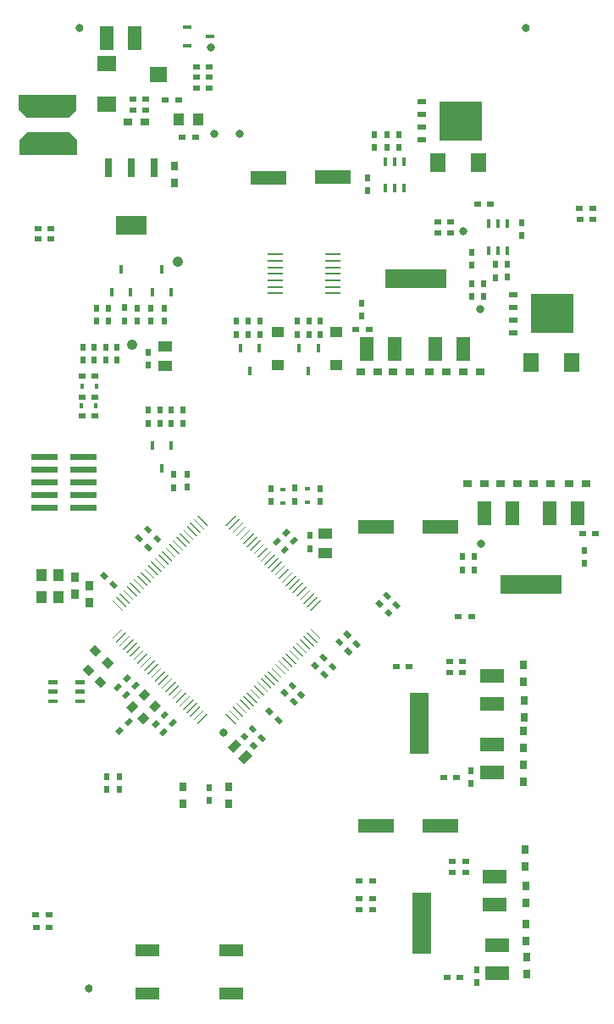
<source format=gbr>
G04 DipTrace 2.4.0.2*
%INTopPaste.gbr*%
%MOIN*%
%ADD87R,0.0392X0.0471*%
%ADD89R,0.0156X0.0353*%
%ADD91R,0.0629X0.0077*%
%ADD93R,0.12X0.0766*%
%ADD95R,0.0294X0.0766*%
%ADD97R,0.067X0.06*%
%ADD99R,0.032X0.004*%
%ADD101R,0.242X0.072*%
%ADD103R,0.004X0.057*%
%ADD105R,0.072X0.242*%
%ADD107R,0.057X0.004*%
%ADD109C,0.042*%
%ADD111C,0.032*%
%ADD113R,0.092X0.048*%
%ADD115R,0.0983X0.055*%
%ADD117R,0.055X0.0983*%
%ADD119R,0.0176X0.0333*%
%ADD121R,0.1711X0.1574*%
%ADD123R,0.0373X0.0196*%
%ADD139C,0.0314*%
%ADD141R,0.0156X0.0196*%
%ADD143R,0.0196X0.0156*%
%ADD145R,0.0471X0.0392*%
%ADD147R,0.062X0.077*%
%ADD149R,0.077X0.062*%
%ADD151R,0.052X0.042*%
%ADD153R,0.0333X0.0176*%
%ADD155R,0.142X0.052*%
%ADD157R,0.0196X0.0274*%
%ADD159R,0.0274X0.0196*%
%ADD161R,0.0314X0.0353*%
%ADD163R,0.0353X0.0314*%
%ADD165R,0.0432X0.0511*%
%FSLAX44Y44*%
G04*
G70*
G90*
G75*
G01*
%LNTopPaste*%
%LPD*%
D165*
X11745Y39128D3*
X10997D3*
D163*
X8990Y39030D3*
X9659D3*
D161*
X10815Y36628D3*
Y37297D3*
D159*
X11690Y41207D3*
X12202D3*
X11690Y40370D3*
X12202D3*
X9191Y39944D3*
X9703D3*
X11130Y38440D3*
X11642D3*
D157*
X8840Y31208D3*
Y31719D3*
X7750Y31718D3*
Y31206D3*
X9880Y31708D3*
Y31196D3*
D155*
X17060Y36855D3*
X14528Y36845D3*
X21305Y23118D3*
X18773Y23107D3*
X21305Y11338D3*
X18773Y11327D3*
G36*
X8932Y16984D2*
X8794Y17122D1*
X8988Y17316D1*
X9126Y17178D1*
X8932Y16984D1*
G37*
G36*
X8570Y16622D2*
X8432Y16760D1*
X8626Y16954D1*
X8764Y16816D1*
X8570Y16622D1*
G37*
G36*
X9252Y16694D2*
X9114Y16832D1*
X9308Y17026D1*
X9446Y16888D1*
X9252Y16694D1*
G37*
G36*
X8890Y16332D2*
X8752Y16470D1*
X8946Y16664D1*
X9084Y16526D1*
X8890Y16332D1*
G37*
G36*
X9626Y16254D2*
X9404Y16476D1*
X9654Y16726D1*
X9876Y16504D1*
X9626Y16254D1*
G37*
G36*
X9153Y15781D2*
X8931Y16003D1*
X9181Y16252D1*
X9402Y16031D1*
X9153Y15781D1*
G37*
G36*
X10056Y15804D2*
X9834Y16026D1*
X10084Y16276D1*
X10306Y16054D1*
X10056Y15804D1*
G37*
G36*
X9583Y15331D2*
X9361Y15553D1*
X9611Y15802D1*
X9832Y15581D1*
X9583Y15331D1*
G37*
G36*
X10412Y15544D2*
X10274Y15682D1*
X10468Y15876D1*
X10606Y15738D1*
X10412Y15544D1*
G37*
G36*
X10050Y15182D2*
X9912Y15320D1*
X10106Y15514D1*
X10244Y15376D1*
X10050Y15182D1*
G37*
G36*
X10722Y15224D2*
X10584Y15362D1*
X10778Y15556D1*
X10916Y15418D1*
X10722Y15224D1*
G37*
G36*
X10360Y14862D2*
X10222Y15000D1*
X10416Y15194D1*
X10554Y15056D1*
X10360Y14862D1*
G37*
G36*
X13774Y14518D2*
X13912Y14656D1*
X14106Y14462D1*
X13968Y14324D1*
X13774Y14518D1*
G37*
G36*
X13412Y14880D2*
X13550Y15018D1*
X13744Y14824D1*
X13606Y14686D1*
X13412Y14880D1*
G37*
G36*
X14084Y14818D2*
X14222Y14956D1*
X14416Y14762D1*
X14278Y14624D1*
X14084Y14818D1*
G37*
G36*
X13722Y15180D2*
X13860Y15318D1*
X14054Y15124D1*
X13916Y14986D1*
X13722Y15180D1*
G37*
G36*
X16536Y17622D2*
X16398Y17484D1*
X16204Y17678D1*
X16342Y17816D1*
X16536Y17622D1*
G37*
G36*
X16898Y17260D2*
X16760Y17122D1*
X16566Y17316D1*
X16704Y17454D1*
X16898Y17260D1*
G37*
G36*
X16514Y17988D2*
X16652Y18126D1*
X16846Y17932D1*
X16708Y17794D1*
X16514Y17988D1*
G37*
G36*
X16876Y17626D2*
X17014Y17764D1*
X17208Y17570D1*
X17070Y17432D1*
X16876Y17626D1*
G37*
G36*
X15142Y22044D2*
X15004Y22182D1*
X15198Y22376D1*
X15336Y22238D1*
X15142Y22044D1*
G37*
G36*
X15504Y22406D2*
X15366Y22544D1*
X15560Y22738D1*
X15698Y22600D1*
X15504Y22406D1*
G37*
G36*
X14822Y22354D2*
X14684Y22492D1*
X14878Y22686D1*
X15016Y22548D1*
X14822Y22354D1*
G37*
G36*
X15184Y22716D2*
X15046Y22854D1*
X15240Y23048D1*
X15378Y22910D1*
X15184Y22716D1*
G37*
G36*
X10306Y22612D2*
X10168Y22474D1*
X9974Y22668D1*
X10112Y22806D1*
X10306Y22612D1*
G37*
G36*
X9944Y22974D2*
X9806Y22836D1*
X9612Y23030D1*
X9750Y23168D1*
X9944Y22974D1*
G37*
G36*
X9624Y22338D2*
X9762Y22476D1*
X9956Y22282D1*
X9818Y22144D1*
X9624Y22338D1*
G37*
G36*
X9262Y22700D2*
X9400Y22838D1*
X9594Y22644D1*
X9456Y22506D1*
X9262Y22700D1*
G37*
G36*
X8254Y20848D2*
X8392Y20986D1*
X8586Y20792D1*
X8448Y20654D1*
X8254Y20848D1*
G37*
G36*
X7892Y21210D2*
X8030Y21348D1*
X8224Y21154D1*
X8086Y21016D1*
X7892Y21210D1*
G37*
D159*
X5375Y7340D3*
X5887D3*
X5450Y34820D3*
X5962D3*
X27287Y35185D3*
X26776D3*
G36*
X7057Y20276D2*
X6743D1*
Y20629D1*
X7057D1*
Y20276D1*
G37*
G36*
Y20945D2*
X6743D1*
Y21299D1*
X7057D1*
Y20945D1*
G37*
G36*
X7637Y19936D2*
X7323D1*
Y20289D1*
X7637D1*
Y19936D1*
G37*
G36*
Y20605D2*
X7323D1*
Y20959D1*
X7637D1*
Y20605D1*
G37*
D159*
X18613Y9155D3*
X18101D3*
D157*
X22717Y5671D3*
Y5159D3*
D159*
X22283Y9495D3*
X21771D3*
X21561Y5355D3*
X22073D3*
D161*
X24615Y9730D3*
Y10399D3*
X24645Y8310D3*
Y8979D3*
X24667Y7480D3*
Y6811D3*
X24680Y6177D3*
Y5508D3*
D159*
X19550Y17600D3*
X20062D3*
D157*
X22482Y12994D3*
Y13506D3*
D159*
X22158Y17380D3*
X21646D3*
X21426Y13240D3*
X21938D3*
D161*
X24555Y16995D3*
Y17664D3*
X24575Y15585D3*
Y16254D3*
X24545Y15065D3*
Y14396D3*
Y13735D3*
Y13066D3*
D159*
X22516Y19576D3*
X22004D3*
X26890Y22820D3*
X27402D3*
D157*
X22620Y21930D3*
Y21418D3*
X26970Y21660D3*
Y22172D3*
D163*
X23020Y24790D3*
X22351D3*
X24309Y24800D3*
X23640D3*
X25639D3*
X24970D3*
X26340Y24810D3*
X27009D3*
D157*
X22520Y33910D3*
Y33398D3*
D159*
X17970Y30870D3*
X18482D3*
D157*
X22520Y32160D3*
Y32672D3*
X18190Y31918D3*
Y31407D3*
D163*
X18825Y29190D3*
X18155D3*
X20095D3*
X19425D3*
X20855D3*
X21525D3*
X22845D3*
X22175D3*
D157*
X24490Y35070D3*
Y34558D3*
X18680Y38030D3*
Y38542D3*
X9790Y27184D3*
Y27696D3*
X8560Y29653D3*
Y30164D3*
X11310Y24660D3*
Y25172D3*
X15555Y24619D3*
Y24108D3*
D159*
X7190Y28200D3*
X7702D3*
D153*
X11325Y42775D3*
Y42027D3*
X12231Y42401D3*
D151*
X10440Y30190D3*
Y29430D3*
X16770Y22060D3*
Y22820D3*
D149*
X8170Y41326D3*
Y39726D3*
G36*
X6931Y16158D2*
Y16314D1*
X7284D1*
Y16158D1*
X6931D1*
G37*
G36*
Y16532D2*
Y16688D1*
X7284D1*
Y16532D1*
X6931D1*
G37*
G36*
Y16906D2*
Y17062D1*
X7284D1*
Y16906D1*
X6931D1*
G37*
G36*
X5868D2*
Y17062D1*
X6221D1*
Y16906D1*
X5868D1*
G37*
G36*
Y16532D2*
Y16688D1*
X6221D1*
Y16532D1*
X5868D1*
G37*
G36*
Y16158D2*
Y16314D1*
X6221D1*
Y16158D1*
X5868D1*
G37*
D157*
X7220Y29653D3*
Y30164D3*
X11150Y27180D3*
Y27692D3*
D147*
X24855Y29570D3*
X26455D3*
X21185Y37420D3*
X22785D3*
D145*
X14877Y30770D3*
Y29470D3*
X17180Y30770D3*
Y29471D3*
D143*
X15100Y24581D3*
Y24030D3*
X16055Y24056D3*
Y24608D3*
D141*
X7190Y28628D3*
X7741D3*
X7716Y27860D3*
X7164D3*
D139*
X7440Y4940D3*
X24640Y42740D3*
X7090D3*
G36*
X6739Y23743D2*
Y23977D1*
X7761D1*
Y23743D1*
X6739D1*
G37*
G36*
Y24243D2*
Y24477D1*
X7761D1*
Y24243D1*
X6739D1*
G37*
G36*
Y24743D2*
Y24977D1*
X7761D1*
Y24743D1*
X6739D1*
G37*
G36*
Y25243D2*
Y25477D1*
X7761D1*
Y25243D1*
X6739D1*
G37*
G36*
Y25743D2*
Y25977D1*
X7761D1*
Y25743D1*
X6739D1*
G37*
G36*
X5196Y23743D2*
Y23977D1*
X6218D1*
Y23743D1*
X5196D1*
G37*
G36*
Y24243D2*
Y24477D1*
X6218D1*
Y24243D1*
X5196D1*
G37*
G36*
Y24743D2*
Y24977D1*
X6218D1*
Y24743D1*
X5196D1*
G37*
G36*
Y25243D2*
Y25477D1*
X6218D1*
Y25243D1*
X5196D1*
G37*
G36*
Y25743D2*
Y25977D1*
X6218D1*
Y25743D1*
X5196D1*
G37*
G36*
X4689Y40090D2*
X6972D1*
Y39517D1*
X6641Y39206D1*
X5020D1*
X4689Y39517D1*
Y40090D1*
G37*
G36*
X6991Y37749D2*
X4709D1*
Y38321D1*
X5039Y38633D1*
X6661D1*
X6991Y38321D1*
Y37749D1*
G37*
G36*
X12919Y14421D2*
X13239Y14741D1*
X13461Y14519D1*
X13141Y14199D1*
X12919Y14421D1*
G37*
G36*
X13337Y14004D2*
X13656Y14323D1*
X13878Y14101D1*
X13559Y13782D1*
X13337Y14004D1*
G37*
D123*
X24160Y32240D3*
X24158Y31740D3*
Y31240D3*
Y30740D3*
D121*
X25695Y31490D3*
D123*
X20567Y39819D3*
X20565Y39319D3*
Y38819D3*
Y38319D3*
D121*
X22102Y39069D3*
D119*
X14168Y30140D3*
X13419D3*
X13793Y29234D3*
X16474Y30143D3*
X15726D3*
X16100Y29237D3*
X10700Y26310D3*
X9952D3*
X10326Y25404D3*
X9950Y32330D3*
X10698D3*
X10324Y33236D3*
X8350Y32330D3*
X9098D3*
X8724Y33236D3*
D117*
X9256Y42320D3*
X8154D3*
D157*
X9790Y29470D3*
Y29982D3*
X16170Y22760D3*
Y22248D3*
D159*
X9191Y39506D3*
X9703D3*
X10470Y39890D3*
X10982D3*
D157*
X9350Y31198D3*
Y31709D3*
X8210Y31198D3*
Y31709D3*
X10420Y31718D3*
Y31206D3*
G36*
X8426Y17736D2*
X8204Y17514D1*
X7954Y17764D1*
X8176Y17986D1*
X8426Y17736D1*
G37*
G36*
X7952Y18209D2*
X7731Y17988D1*
X7481Y18237D1*
X7703Y18459D1*
X7952Y18209D1*
G37*
G36*
X8146Y16976D2*
X7924Y16754D1*
X7674Y17004D1*
X7896Y17226D1*
X8146Y16976D1*
G37*
G36*
X7672Y17449D2*
X7451Y17228D1*
X7201Y17477D1*
X7423Y17699D1*
X7672Y17449D1*
G37*
G36*
X8642Y14914D2*
X8504Y15052D1*
X8698Y15246D1*
X8836Y15108D1*
X8642Y14914D1*
G37*
G36*
X9004Y15276D2*
X8866Y15414D1*
X9060Y15608D1*
X9198Y15470D1*
X9004Y15276D1*
G37*
G36*
X14384Y15878D2*
X14522Y16016D1*
X14716Y15822D1*
X14578Y15684D1*
X14384Y15878D1*
G37*
G36*
X14746Y15516D2*
X14884Y15654D1*
X15078Y15460D1*
X14940Y15322D1*
X14746Y15516D1*
G37*
D157*
X12180Y12320D3*
Y12832D3*
G36*
X15364Y16248D2*
X15502Y16386D1*
X15696Y16192D1*
X15558Y16054D1*
X15364Y16248D1*
G37*
G36*
X15002Y16610D2*
X15140Y16748D1*
X15334Y16554D1*
X15196Y16416D1*
X15002Y16610D1*
G37*
G36*
X15644Y16518D2*
X15782Y16656D1*
X15976Y16462D1*
X15838Y16324D1*
X15644Y16518D1*
G37*
G36*
X15282Y16880D2*
X15420Y17018D1*
X15614Y16824D1*
X15476Y16686D1*
X15282Y16880D1*
G37*
D159*
X5885Y7830D3*
X5373D3*
X5970Y34450D3*
X5458D3*
X26767Y35625D3*
X27279D3*
X22283Y9925D3*
X21771D3*
X18613Y8465D3*
X18101D3*
Y8035D3*
X18613D3*
D115*
X23437Y9346D3*
Y8244D3*
X23517Y5544D3*
Y6646D3*
D159*
X22158Y17800D3*
X21646D3*
G36*
X17834Y18538D2*
X17972Y18676D1*
X18166Y18482D1*
X18028Y18344D1*
X17834Y18538D1*
G37*
G36*
X17472Y18900D2*
X17610Y19038D1*
X17804Y18844D1*
X17666Y18706D1*
X17472Y18900D1*
G37*
G36*
X17144Y18598D2*
X17282Y18736D1*
X17476Y18542D1*
X17338Y18404D1*
X17144Y18598D1*
G37*
G36*
X17506Y18236D2*
X17644Y18374D1*
X17838Y18180D1*
X17700Y18042D1*
X17506Y18236D1*
G37*
D115*
X23312Y17231D3*
Y16129D3*
Y13429D3*
Y14531D3*
D157*
X22170Y21930D3*
Y21418D3*
G36*
X19384Y20068D2*
X19522Y20206D1*
X19716Y20012D1*
X19578Y19874D1*
X19384Y20068D1*
G37*
G36*
X19022Y20430D2*
X19160Y20568D1*
X19354Y20374D1*
X19216Y20236D1*
X19022Y20430D1*
G37*
G36*
X18714Y20108D2*
X18852Y20246D1*
X19046Y20052D1*
X18908Y19914D1*
X18714Y20108D1*
G37*
G36*
X19076Y19746D2*
X19214Y19884D1*
X19408Y19690D1*
X19270Y19552D1*
X19076Y19746D1*
G37*
D117*
X23017Y23630D3*
X24119D3*
X26691D3*
X25589D3*
D157*
X22990Y32160D3*
Y32672D3*
D159*
X21180Y34670D3*
X21692D3*
X21690Y35100D3*
X21178D3*
D117*
X22181Y30085D3*
X21079D3*
X18379D3*
X19481D3*
D157*
X10690Y27696D3*
Y27184D3*
X10240D3*
Y27696D3*
X7660Y30164D3*
Y29653D3*
X8110D3*
Y30164D3*
X10800Y24650D3*
Y25162D3*
X16555Y24096D3*
Y24608D3*
X14630Y24602D3*
Y24090D3*
D159*
X7696Y27480D3*
X7184D3*
Y29020D3*
X7696D3*
X12190Y40790D3*
X11678D3*
D157*
X23915Y32920D3*
Y33432D3*
X23445Y32910D3*
Y33422D3*
X19180Y38550D3*
Y38038D3*
X19663Y38550D3*
Y38038D3*
X13708Y30684D3*
Y31196D3*
X14178Y30684D3*
Y31196D3*
X16110Y30684D3*
Y31196D3*
X16570Y30684D3*
Y31196D3*
D159*
X23270Y35790D3*
X22758D3*
D157*
X18430Y36840D3*
Y36328D3*
X13248Y30684D3*
Y31196D3*
X15650Y30684D3*
Y31196D3*
D161*
X11145Y12875D3*
Y12205D3*
X12960Y12870D3*
Y12201D3*
D157*
X8650Y13270D3*
Y12758D3*
X8160Y13270D3*
Y12758D3*
D113*
X9770Y6420D3*
Y4735D3*
X13060Y6420D3*
Y4735D3*
D111*
X12240Y41980D3*
X12380Y38560D3*
X13380D3*
X22200Y34730D3*
X12770Y15010D3*
X22890Y22430D3*
X22860Y31660D3*
D109*
X9140Y30270D3*
X10940Y33520D3*
G36*
X11715Y23531D2*
X11742Y23558D1*
X12131Y23169D1*
X12104Y23142D1*
X11715Y23531D1*
G37*
G36*
X11576Y23392D2*
X11603Y23419D1*
X11992Y23030D1*
X11965Y23003D1*
X11576Y23392D1*
G37*
G36*
X11437Y23253D2*
X11464Y23280D1*
X11853Y22891D1*
X11826Y22864D1*
X11437Y23253D1*
G37*
G36*
X11298Y23114D2*
X11325Y23141D1*
X11713Y22752D1*
X11686Y22725D1*
X11298Y23114D1*
G37*
G36*
X11158Y22974D2*
X11185Y23001D1*
X11574Y22613D1*
X11547Y22586D1*
X11158Y22974D1*
G37*
G36*
X11019Y22835D2*
X11046Y22862D1*
X11435Y22473D1*
X11408Y22446D1*
X11019Y22835D1*
G37*
G36*
X10880Y22696D2*
X10907Y22723D1*
X11296Y22334D1*
X11269Y22307D1*
X10880Y22696D1*
G37*
G36*
X10741Y22557D2*
X10768Y22584D1*
X11157Y22195D1*
X11130Y22168D1*
X10741Y22557D1*
G37*
G36*
X10602Y22418D2*
X10629Y22445D1*
X11017Y22056D1*
X10990Y22029D1*
X10602Y22418D1*
G37*
G36*
X10462Y22278D2*
X10489Y22305D1*
X10878Y21917D1*
X10851Y21890D1*
X10462Y22278D1*
G37*
G36*
X10323Y22139D2*
X10350Y22166D1*
X10739Y21777D1*
X10712Y21750D1*
X10323Y22139D1*
G37*
G36*
X10184Y22000D2*
X10211Y22027D1*
X10600Y21638D1*
X10573Y21611D1*
X10184Y22000D1*
G37*
G36*
X10045Y21861D2*
X10072Y21888D1*
X10461Y21499D1*
X10434Y21472D1*
X10045Y21861D1*
G37*
G36*
X9906Y21722D2*
X9933Y21749D1*
X10321Y21360D1*
X10295Y21333D1*
X9906Y21722D1*
G37*
G36*
X9766Y21582D2*
X9793Y21609D1*
X10182Y21221D1*
X10155Y21194D1*
X9766Y21582D1*
G37*
G36*
X9627Y21443D2*
X9654Y21470D1*
X10043Y21081D1*
X10016Y21054D1*
X9627Y21443D1*
G37*
G36*
X9488Y21304D2*
X9515Y21331D1*
X9904Y20942D1*
X9877Y20915D1*
X9488Y21304D1*
G37*
G36*
X9349Y21165D2*
X9376Y21192D1*
X9765Y20803D1*
X9738Y20776D1*
X9349Y21165D1*
G37*
G36*
X9210Y21026D2*
X9237Y21053D1*
X9625Y20664D1*
X9599Y20637D1*
X9210Y21026D1*
G37*
G36*
X9070Y20887D2*
X9097Y20913D1*
X9486Y20525D1*
X9459Y20498D1*
X9070Y20887D1*
G37*
G36*
X8931Y20747D2*
X8958Y20774D1*
X9347Y20385D1*
X9320Y20358D1*
X8931Y20747D1*
G37*
G36*
X8792Y20608D2*
X8819Y20635D1*
X9208Y20246D1*
X9181Y20219D1*
X8792Y20608D1*
G37*
G36*
X8653Y20469D2*
X8680Y20496D1*
X9069Y20107D1*
X9042Y20080D1*
X8653Y20469D1*
G37*
G36*
X8514Y20330D2*
X8541Y20357D1*
X8930Y19968D1*
X8903Y19941D1*
X8514Y20330D1*
G37*
G36*
X8375Y20191D2*
X8401Y20217D1*
X8790Y19829D1*
X8763Y19802D1*
X8375Y20191D1*
G37*
G36*
X8401Y18688D2*
X8375Y18715D1*
X8763Y19104D1*
X8790Y19077D1*
X8401Y18688D1*
G37*
G36*
X8541Y18549D2*
X8514Y18576D1*
X8903Y18965D1*
X8930Y18938D1*
X8541Y18549D1*
G37*
G36*
X8680Y18410D2*
X8653Y18437D1*
X9042Y18826D1*
X9069Y18799D1*
X8680Y18410D1*
G37*
G36*
X8819Y18271D2*
X8792Y18297D1*
X9181Y18686D1*
X9208Y18659D1*
X8819Y18271D1*
G37*
G36*
X8958Y18131D2*
X8931Y18158D1*
X9320Y18547D1*
X9347Y18520D1*
X8958Y18131D1*
G37*
G36*
X9097Y17992D2*
X9070Y18019D1*
X9459Y18408D1*
X9486Y18381D1*
X9097Y17992D1*
G37*
G36*
X9237Y17853D2*
X9210Y17880D1*
X9599Y18269D1*
X9625Y18242D1*
X9237Y17853D1*
G37*
G36*
X9376Y17714D2*
X9349Y17741D1*
X9738Y18130D1*
X9765Y18103D1*
X9376Y17714D1*
G37*
G36*
X9515Y17575D2*
X9488Y17602D1*
X9877Y17990D1*
X9904Y17963D1*
X9515Y17575D1*
G37*
G36*
X9654Y17435D2*
X9627Y17462D1*
X10016Y17851D1*
X10043Y17824D1*
X9654Y17435D1*
G37*
G36*
X9793Y17296D2*
X9766Y17323D1*
X10155Y17712D1*
X10182Y17685D1*
X9793Y17296D1*
G37*
G36*
X9933Y17157D2*
X9906Y17184D1*
X10295Y17573D1*
X10321Y17546D1*
X9933Y17157D1*
G37*
G36*
X10072Y17018D2*
X10045Y17045D1*
X10434Y17434D1*
X10461Y17407D1*
X10072Y17018D1*
G37*
G36*
X10211Y16879D2*
X10184Y16906D1*
X10573Y17294D1*
X10600Y17267D1*
X10211Y16879D1*
G37*
G36*
X10350Y16739D2*
X10323Y16766D1*
X10712Y17155D1*
X10739Y17128D1*
X10350Y16739D1*
G37*
G36*
X10489Y16600D2*
X10462Y16627D1*
X10851Y17016D1*
X10878Y16989D1*
X10489Y16600D1*
G37*
G36*
X10629Y16461D2*
X10602Y16488D1*
X10990Y16877D1*
X11017Y16850D1*
X10629Y16461D1*
G37*
G36*
X10768Y16322D2*
X10741Y16349D1*
X11130Y16738D1*
X11157Y16711D1*
X10768Y16322D1*
G37*
G36*
X10907Y16183D2*
X10880Y16210D1*
X11269Y16598D1*
X11296Y16571D1*
X10907Y16183D1*
G37*
G36*
X11046Y16043D2*
X11019Y16070D1*
X11408Y16459D1*
X11435Y16432D1*
X11046Y16043D1*
G37*
G36*
X11185Y15904D2*
X11158Y15931D1*
X11547Y16320D1*
X11574Y16293D1*
X11185Y15904D1*
G37*
G36*
X11325Y15765D2*
X11298Y15792D1*
X11686Y16181D1*
X11713Y16154D1*
X11325Y15765D1*
G37*
G36*
X11464Y15626D2*
X11437Y15653D1*
X11826Y16042D1*
X11853Y16015D1*
X11464Y15626D1*
G37*
G36*
X11603Y15487D2*
X11576Y15514D1*
X11965Y15902D1*
X11992Y15876D1*
X11603Y15487D1*
G37*
G36*
X11742Y15347D2*
X11715Y15374D1*
X12104Y15763D1*
X12131Y15736D1*
X11742Y15347D1*
G37*
G36*
X12829Y15736D2*
X12856Y15763D1*
X13245Y15374D1*
X13218Y15347D1*
X12829Y15736D1*
G37*
G36*
X12968Y15876D2*
X12995Y15902D1*
X13384Y15514D1*
X13357Y15487D1*
X12968Y15876D1*
G37*
G36*
X13107Y16015D2*
X13134Y16042D1*
X13523Y15653D1*
X13496Y15626D1*
X13107Y16015D1*
G37*
G36*
X13246Y16154D2*
X13273Y16181D1*
X13662Y15792D1*
X13635Y15765D1*
X13246Y16154D1*
G37*
G36*
X13386Y16293D2*
X13412Y16320D1*
X13801Y15931D1*
X13774Y15904D1*
X13386Y16293D1*
G37*
G36*
X13525Y16432D2*
X13552Y16459D1*
X13941Y16070D1*
X13914Y16043D1*
X13525Y16432D1*
G37*
G36*
X13664Y16571D2*
X13691Y16598D1*
X14080Y16210D1*
X14053Y16183D1*
X13664Y16571D1*
G37*
G36*
X13803Y16711D2*
X13830Y16738D1*
X14219Y16349D1*
X14192Y16322D1*
X13803Y16711D1*
G37*
G36*
X13942Y16850D2*
X13969Y16877D1*
X14358Y16488D1*
X14331Y16461D1*
X13942Y16850D1*
G37*
G36*
X14081Y16989D2*
X14108Y17016D1*
X14497Y16627D1*
X14470Y16600D1*
X14081Y16989D1*
G37*
G36*
X14221Y17128D2*
X14248Y17155D1*
X14636Y16766D1*
X14610Y16739D1*
X14221Y17128D1*
G37*
G36*
X14360Y17267D2*
X14387Y17294D1*
X14776Y16906D1*
X14749Y16879D1*
X14360Y17267D1*
G37*
G36*
X14499Y17407D2*
X14526Y17434D1*
X14915Y17045D1*
X14888Y17018D1*
X14499Y17407D1*
G37*
G36*
X14638Y17546D2*
X14665Y17573D1*
X15054Y17184D1*
X15027Y17157D1*
X14638Y17546D1*
G37*
G36*
X14777Y17685D2*
X14804Y17712D1*
X15193Y17323D1*
X15166Y17296D1*
X14777Y17685D1*
G37*
G36*
X14917Y17824D2*
X14944Y17851D1*
X15332Y17462D1*
X15305Y17435D1*
X14917Y17824D1*
G37*
G36*
X15056Y17963D2*
X15083Y17990D1*
X15472Y17602D1*
X15445Y17575D1*
X15056Y17963D1*
G37*
G36*
X15195Y18103D2*
X15222Y18130D1*
X15611Y17741D1*
X15584Y17714D1*
X15195Y18103D1*
G37*
G36*
X15334Y18242D2*
X15361Y18269D1*
X15750Y17880D1*
X15723Y17853D1*
X15334Y18242D1*
G37*
G36*
X15473Y18381D2*
X15500Y18408D1*
X15889Y18019D1*
X15862Y17992D1*
X15473Y18381D1*
G37*
G36*
X15613Y18520D2*
X15640Y18547D1*
X16028Y18158D1*
X16001Y18131D1*
X15613Y18520D1*
G37*
G36*
X15752Y18659D2*
X15779Y18686D1*
X16168Y18297D1*
X16141Y18271D1*
X15752Y18659D1*
G37*
G36*
X15891Y18799D2*
X15918Y18826D1*
X16307Y18437D1*
X16280Y18410D1*
X15891Y18799D1*
G37*
G36*
X16030Y18938D2*
X16057Y18965D1*
X16446Y18576D1*
X16419Y18549D1*
X16030Y18938D1*
G37*
G36*
X16169Y19077D2*
X16196Y19104D1*
X16585Y18715D1*
X16558Y18688D1*
X16169Y19077D1*
G37*
G36*
X16196Y19802D2*
X16169Y19829D1*
X16558Y20217D1*
X16585Y20191D1*
X16196Y19802D1*
G37*
G36*
X16057Y19941D2*
X16030Y19968D1*
X16419Y20357D1*
X16446Y20330D1*
X16057Y19941D1*
G37*
G36*
X15918Y20080D2*
X15891Y20107D1*
X16280Y20496D1*
X16307Y20469D1*
X15918Y20080D1*
G37*
G36*
X15779Y20219D2*
X15752Y20246D1*
X16141Y20635D1*
X16168Y20608D1*
X15779Y20219D1*
G37*
G36*
X15640Y20358D2*
X15613Y20385D1*
X16001Y20774D1*
X16028Y20747D1*
X15640Y20358D1*
G37*
G36*
X15500Y20498D2*
X15473Y20525D1*
X15862Y20913D1*
X15889Y20887D1*
X15500Y20498D1*
G37*
G36*
X15361Y20637D2*
X15334Y20664D1*
X15723Y21053D1*
X15750Y21026D1*
X15361Y20637D1*
G37*
G36*
X15222Y20776D2*
X15195Y20803D1*
X15584Y21192D1*
X15611Y21165D1*
X15222Y20776D1*
G37*
G36*
X15083Y20915D2*
X15056Y20942D1*
X15445Y21331D1*
X15472Y21304D1*
X15083Y20915D1*
G37*
G36*
X14944Y21054D2*
X14917Y21081D1*
X15305Y21470D1*
X15332Y21443D1*
X14944Y21054D1*
G37*
G36*
X14804Y21194D2*
X14777Y21221D1*
X15166Y21609D1*
X15193Y21582D1*
X14804Y21194D1*
G37*
G36*
X14665Y21333D2*
X14638Y21360D1*
X15027Y21749D1*
X15054Y21722D1*
X14665Y21333D1*
G37*
G36*
X14526Y21472D2*
X14499Y21499D1*
X14888Y21888D1*
X14915Y21861D1*
X14526Y21472D1*
G37*
G36*
X14387Y21611D2*
X14360Y21638D1*
X14749Y22027D1*
X14776Y22000D1*
X14387Y21611D1*
G37*
G36*
X14248Y21750D2*
X14221Y21777D1*
X14610Y22166D1*
X14636Y22139D1*
X14248Y21750D1*
G37*
G36*
X14108Y21890D2*
X14081Y21917D1*
X14470Y22305D1*
X14497Y22278D1*
X14108Y21890D1*
G37*
G36*
X13969Y22029D2*
X13942Y22056D1*
X14331Y22445D1*
X14358Y22418D1*
X13969Y22029D1*
G37*
G36*
X13830Y22168D2*
X13803Y22195D1*
X14192Y22584D1*
X14219Y22557D1*
X13830Y22168D1*
G37*
G36*
X13691Y22307D2*
X13664Y22334D1*
X14053Y22723D1*
X14080Y22696D1*
X13691Y22307D1*
G37*
G36*
X13552Y22446D2*
X13525Y22473D1*
X13914Y22862D1*
X13941Y22835D1*
X13552Y22446D1*
G37*
G36*
X13412Y22586D2*
X13386Y22613D1*
X13774Y23001D1*
X13801Y22974D1*
X13412Y22586D1*
G37*
G36*
X13273Y22725D2*
X13246Y22752D1*
X13635Y23141D1*
X13662Y23114D1*
X13273Y22725D1*
G37*
G36*
X13134Y22864D2*
X13107Y22891D1*
X13496Y23280D1*
X13523Y23253D1*
X13134Y22864D1*
G37*
G36*
X12995Y23003D2*
X12968Y23030D1*
X13357Y23419D1*
X13384Y23392D1*
X12995Y23003D1*
G37*
G36*
X12856Y23142D2*
X12829Y23169D1*
X13218Y23558D1*
X13245Y23531D1*
X12856Y23142D1*
G37*
D107*
X21657Y5785D3*
Y6035D3*
X21659Y6293D3*
Y6549D3*
Y6805D3*
Y7060D3*
Y7316D3*
Y7572D3*
Y7828D3*
Y8084D3*
Y8340D3*
Y8596D3*
Y8852D3*
Y9108D3*
X19474D3*
Y8852D3*
Y8596D3*
Y8340D3*
Y8084D3*
X19477Y7825D3*
X19474Y7572D3*
Y7316D3*
Y7060D3*
Y6805D3*
Y6549D3*
Y6293D3*
Y6037D3*
X19477Y5785D3*
D105*
X20567Y7485D3*
D107*
X21532Y13670D3*
Y13920D3*
X21534Y14178D3*
Y14434D3*
Y14690D3*
Y14945D3*
Y15201D3*
Y15457D3*
Y15713D3*
Y15969D3*
Y16225D3*
Y16481D3*
Y16737D3*
Y16993D3*
X19349D3*
Y16737D3*
Y16481D3*
Y16225D3*
Y15969D3*
X19352Y15710D3*
X19349Y15457D3*
Y15201D3*
Y14945D3*
Y14690D3*
Y14434D3*
Y14178D3*
Y13922D3*
X19352Y13670D3*
D105*
X20442Y15370D3*
D103*
X26540Y21930D3*
X26290D3*
X26032Y21933D3*
X25776D3*
X25520D3*
X25264D3*
X25008D3*
X24753D3*
X24497D3*
X24241D3*
X23985D3*
X23729D3*
X23473D3*
X23217D3*
Y19747D3*
X23473D3*
X23729D3*
X23985D3*
X24241D3*
X24500Y19750D3*
X24753Y19747D3*
X25008D3*
X25264D3*
X25520D3*
X25776D3*
X26032D3*
X26288D3*
X26540Y19750D3*
D101*
X24840Y20840D3*
D103*
X18620Y31790D3*
X18870D3*
X19128Y31787D3*
X19384D3*
X19640D3*
X19896D3*
X20152D3*
X20407D3*
X20663D3*
X20919D3*
X21175D3*
X21431D3*
X21687D3*
X21943D3*
Y33973D3*
X21687D3*
X21431D3*
X21175D3*
X20919D3*
X20660Y33970D3*
X20407Y33973D3*
X20152D3*
X19896D3*
X19640D3*
X19384D3*
X19128D3*
X18872D3*
X18620Y33970D3*
D101*
X20320Y32880D3*
D99*
X11127Y40503D3*
Y40696D3*
Y40896D3*
Y41094D3*
Y41290D3*
X9237D3*
Y41094D3*
Y40896D3*
Y40700D3*
Y40503D3*
D97*
X10182Y40896D3*
D95*
X10020Y37250D3*
X9114D3*
X8209D3*
D93*
X9114Y34967D3*
D91*
X14790Y33830D3*
Y33574D3*
Y33318D3*
Y33062D3*
Y32806D3*
Y32550D3*
Y32295D3*
X17073D3*
Y32550D3*
Y32806D3*
Y33062D3*
Y33318D3*
Y33574D3*
Y33830D3*
D89*
X23935Y35030D3*
X23561D3*
X23187D3*
Y33967D3*
X23561D3*
X23935D3*
X19120Y36420D3*
X19494D3*
X19868D3*
Y37483D3*
X19494D3*
X19120D3*
D87*
X6249Y20331D3*
Y21197D3*
X5580D3*
Y20331D3*
M02*

</source>
